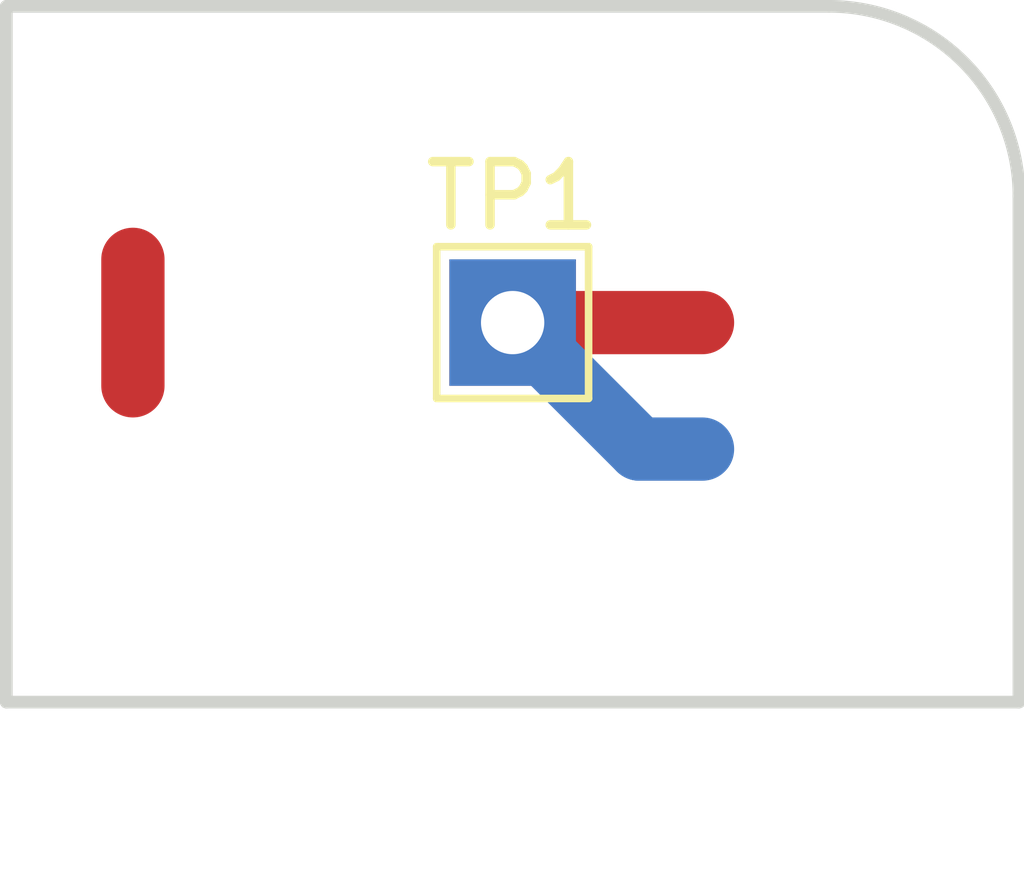
<source format=kicad_pcb>
(kicad_pcb (version 20171130) (host pcbnew "(5.0.0-rc2-76-gb5f63567d)")

  (general
    (thickness 1.6)
    (drawings 5)
    (tracks 4)
    (zones 0)
    (modules 1)
    (nets 1)
  )

  (page A4)
  (title_block
    (title "Simple Plotting Test")
    (date 2018-06-04)
    (rev A)
    (company "KiPlot - KiCad Plotting Driver")
  )

  (layers
    (0 F.Cu signal)
    (31 B.Cu signal)
    (32 B.Adhes user)
    (33 F.Adhes user)
    (34 B.Paste user)
    (35 F.Paste user)
    (36 B.SilkS user)
    (37 F.SilkS user)
    (38 B.Mask user)
    (39 F.Mask user)
    (40 Dwgs.User user)
    (41 Cmts.User user)
    (42 Eco1.User user)
    (43 Eco2.User user)
    (44 Edge.Cuts user)
    (45 Margin user)
    (46 B.CrtYd user)
    (47 F.CrtYd user)
    (48 B.Fab user)
    (49 F.Fab user)
  )

  (setup
    (last_trace_width 0.25)
    (trace_clearance 0.2)
    (zone_clearance 0.508)
    (zone_45_only no)
    (trace_min 0.2)
    (segment_width 0.2)
    (edge_width 0.15)
    (via_size 0.8)
    (via_drill 0.4)
    (via_min_size 0.4)
    (via_min_drill 0.3)
    (uvia_size 0.3)
    (uvia_drill 0.1)
    (uvias_allowed no)
    (uvia_min_size 0.2)
    (uvia_min_drill 0.1)
    (pcb_text_width 0.3)
    (pcb_text_size 1.5 1.5)
    (mod_edge_width 0.15)
    (mod_text_size 1 1)
    (mod_text_width 0.15)
    (pad_size 1.524 1.524)
    (pad_drill 0.762)
    (pad_to_mask_clearance 0.2)
    (aux_axis_origin 0 0)
    (visible_elements FFFFFF7F)
    (pcbplotparams
      (layerselection 0x010fc_ffffffff)
      (usegerberextensions false)
      (usegerberattributes false)
      (usegerberadvancedattributes false)
      (creategerberjobfile false)
      (excludeedgelayer true)
      (linewidth 0.150000)
      (plotframeref false)
      (viasonmask false)
      (mode 1)
      (useauxorigin false)
      (hpglpennumber 1)
      (hpglpenspeed 20)
      (hpglpendiameter 15.000000)
      (psnegative false)
      (psa4output false)
      (plotreference true)
      (plotvalue true)
      (plotinvisibletext false)
      (padsonsilk false)
      (subtractmaskfromsilk false)
      (outputformat 1)
      (mirror false)
      (drillshape 1)
      (scaleselection 1)
      (outputdirectory ""))
  )

  (net 0 "")

  (net_class Default "This is the default net class."
    (clearance 0.2)
    (trace_width 0.25)
    (via_dia 0.8)
    (via_drill 0.4)
    (uvia_dia 0.3)
    (uvia_drill 0.1)
  )

  (module TestPoint:TestPoint_THTPad_2.0x2.0mm_Drill1.0mm (layer F.Cu) (tedit 5B1533F4) (tstamp 5B15541F)
    (at 140 100)
    (descr "THT rectangular pad as test Point, square 2.0mm_Drill1.0mm  side length, hole diameter 1.0mm")
    (tags "test point THT pad rectangle square")
    (attr virtual)
    (fp_text reference TP1 (at 0 -2) (layer F.SilkS)
      (effects (font (size 1 1) (thickness 0.15)))
    )
    (fp_text value TestPoint2mm (at 0 2.05) (layer F.Fab)
      (effects (font (size 1 1) (thickness 0.15)))
    )
    (fp_line (start 1.5 1.5) (end -1.5 1.5) (layer F.CrtYd) (width 0.05))
    (fp_line (start 1.5 1.5) (end 1.5 -1.5) (layer F.CrtYd) (width 0.05))
    (fp_line (start -1.5 -1.5) (end -1.5 1.5) (layer F.CrtYd) (width 0.05))
    (fp_line (start -1.5 -1.5) (end 1.5 -1.5) (layer F.CrtYd) (width 0.05))
    (fp_line (start -1.2 1.2) (end -1.2 -1.2) (layer F.SilkS) (width 0.12))
    (fp_line (start 1.2 1.2) (end -1.2 1.2) (layer F.SilkS) (width 0.12))
    (fp_line (start 1.2 -1.2) (end 1.2 1.2) (layer F.SilkS) (width 0.12))
    (fp_line (start -1.2 -1.2) (end 1.2 -1.2) (layer F.SilkS) (width 0.12))
    (fp_text user %R (at 0 -2) (layer F.Fab)
      (effects (font (size 1 1) (thickness 0.15)))
    )
    (pad 1 thru_hole rect (at 0 0) (size 2 2) (drill 1) (layers *.Cu *.Mask))
  )

  (dimension 16 (width 0.15) (layer Dwgs.User)
    (gr_text "16,000 mm" (at 140 109.3) (layer Dwgs.User)
      (effects (font (size 1 1) (thickness 0.15)))
    )
    (feature1 (pts (xy 148 106) (xy 148 108.586421)))
    (feature2 (pts (xy 132 106) (xy 132 108.586421)))
    (crossbar (pts (xy 132 108) (xy 148 108)))
    (arrow1a (pts (xy 148 108) (xy 146.873496 108.586421)))
    (arrow1b (pts (xy 148 108) (xy 146.873496 107.413579)))
    (arrow2a (pts (xy 132 108) (xy 133.126504 108.586421)))
    (arrow2b (pts (xy 132 108) (xy 133.126504 107.413579)))
  )
  (gr_arc (start 145 98) (end 148 98) (angle -90) (layer Edge.Cuts) (width 0.2))
  (gr_line (start 145 95) (end 132 95) (layer Edge.Cuts) (width 0.2))
  (gr_line (start 148 106) (end 148 98) (layer Edge.Cuts) (width 0.2))
  (gr_line (start 132 106) (end 148 106) (layer Edge.Cuts) (width 0.2))
  (gr_line (start 132 95) (end 132 106) (layer Edge.Cuts) (width 0.2))

  (segment (start 140 100) (end 143 100) (width 1) (layer F.Cu) (net 0))
  (segment (start 140 100) (end 142 102) (width 1) (layer B.Cu) (net 0))
  (segment (start 142 102) (end 143 102) (width 1) (layer B.Cu) (net 0))
  (segment (start 134 99) (end 134 101) (width 1) (layer F.Cu) (net 0))

)

</source>
